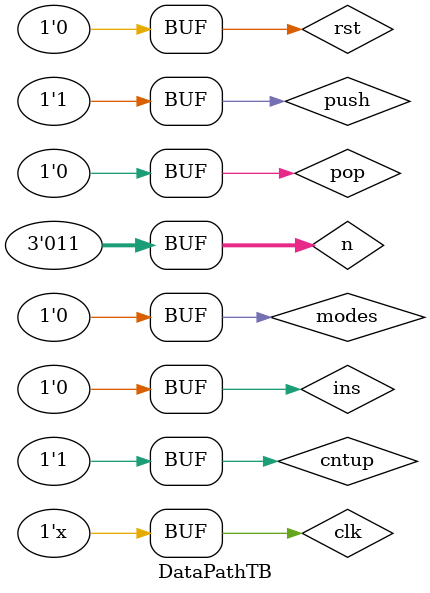
<source format=v>
`timescale 1ns/1ns

module DataPathTB ();
    
    reg clk = 0, rst = 0, cntup = 0, pop = 0, push = 0, ins = 0, modes = 0;
    reg [2:0] n = 3'b011;

    wire lt, empty;
    wire [4:0] result;

    Datapath UUT(clk, rst, cntup, pop, push, ins, modes, n, lt, empty, result);

    always #5 clk = ~clk;

    initial begin
        rst = 1;
        #20 rst = 0;
        ins = 1;
        push = 1;
        #10;
        ins = 0;
        push = 1;
        #10;
        cntup = 1;
        #20;
    end
endmodule
</source>
